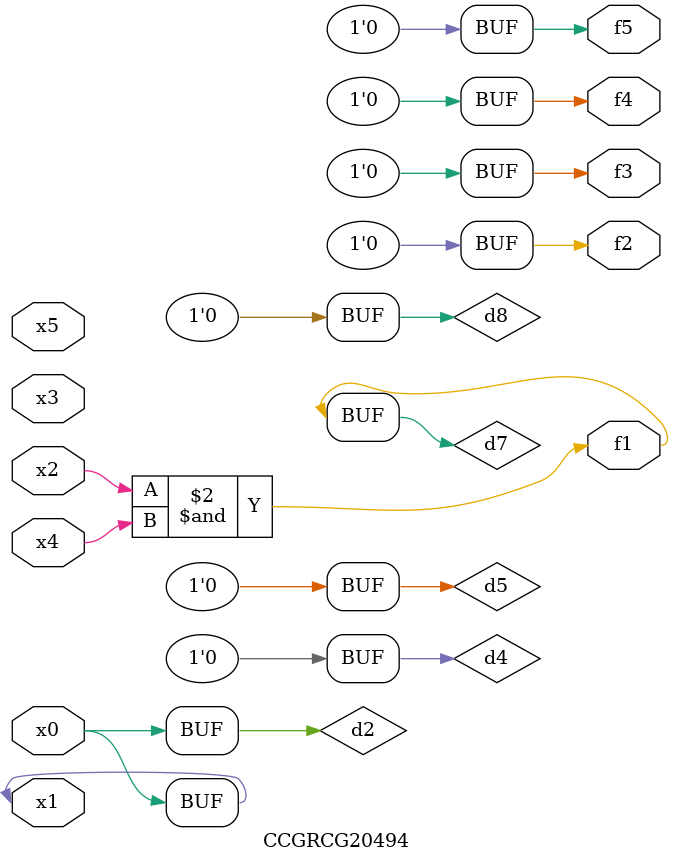
<source format=v>
module CCGRCG20494(
	input x0, x1, x2, x3, x4, x5,
	output f1, f2, f3, f4, f5
);

	wire d1, d2, d3, d4, d5, d6, d7, d8, d9;

	nand (d1, x1);
	buf (d2, x0, x1);
	nand (d3, x2, x4);
	and (d4, d1, d2);
	and (d5, d1, d2);
	nand (d6, d1, d3);
	not (d7, d3);
	xor (d8, d5);
	nor (d9, d5, d6);
	assign f1 = d7;
	assign f2 = d8;
	assign f3 = d8;
	assign f4 = d8;
	assign f5 = d8;
endmodule

</source>
